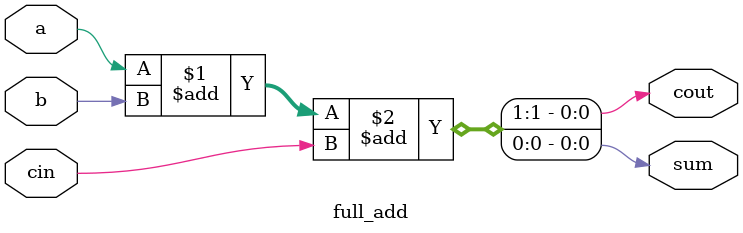
<source format=v>
module top_module( 
    input [99:0] a, b,
    input cin,
    output [99:0] cout,
    output [99:0] sum );
    
    full_add insta1 (a[0],b[0],cin,sum[0],cout[0]);
    
    //use genvar as integer if using in generate
    //use generate for implementing modules in a for loop
    //remember to name the for loop when implementing modules, ex 'all_insta'
    genvar i;
    generate
        for(i=1 ; i<100 ; i=i+1) begin: all_insta
            full_add insta (a[i],b[i],cout[i-1],sum[i],cout[i]);
        end
    endgenerate
    
endmodule

//create a module for full 1-bit adder
module full_add(input a, input b, input cin, output sum, output cout);
    assign {cout,sum} = a + b + cin;
endmodule
</source>
